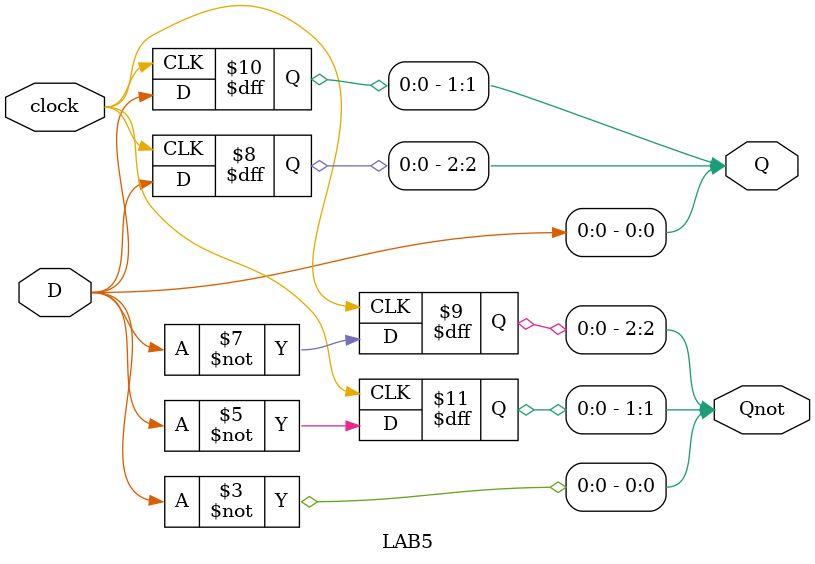
<source format=v>

module LAB5(D, clock, Q, Qnot);

    input D;

    input clock;

    output reg[2:0] Q, Qnot;

    always @(D, clock)

    begin

        if(clock == 1'b1);

        begin

            Q[0] = D;

            Qnot[0] = ~D;

        end

    end

    always @(posedge clock)

    begin

        Q[1] <= D;

        Qnot[1] <= ~D;

    end

    always @(negedge clock)

    begin

        Q[2] <= D;

        Qnot[2] <= ~D;

    end

endmodule


</source>
